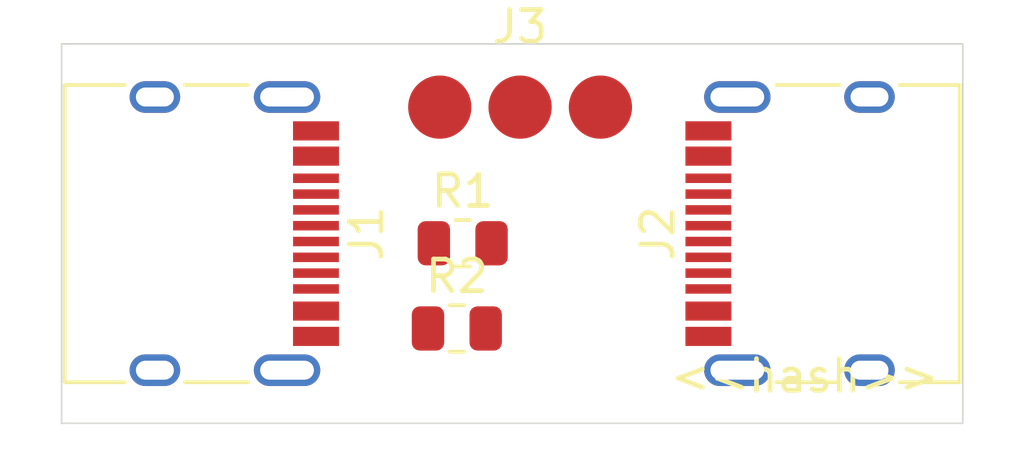
<source format=kicad_pcb>
(kicad_pcb (version 20211014) (generator pcbnew)
  (title_block (title "<<project_name>>") (date "<<date>>") (rev "<<hash>>"))
  (layers (0 "F.Cu" signal) (31 "B.Cu" signal) (34 "B.Paste" user) (35 "F.Paste" user) (36 "B.SilkS" user "B.Silkscreen") (37 "F.SilkS" user "F.Silkscreen") (38 "B.Mask" user) (39 "F.Mask" user) (44 "Edge.Cuts" user))
  (net 0 "")
  (net 1 "GND")
  (net 2 "VCC")
  (net 4 "D-")
  (net 5 "D+")
  (net 8 "Net-(J1-PadA5)")
  (net 13 "Net-(J1-PadB5)")
  (net 19 "Net-(J2-PadA1)")
  (net 20 "Net-(J2-PadA4)")
  (footprint "Connector_USB:USB_C_Receptacle_HRO_TYPE-C-31-M-12" (layer "F.Cu") (at 140.5 86 -90)
    (fp_text reference "J1" (at 0 -5.645 90) (layer "F.SilkS"))
    (fp_text value "USB_C_Receptacle")
    (fp_line (start 4.7 2) (end 4.7 3.9) (layer "F.SilkS") (width 0.12))
    (fp_line (start -4.7 3.9) (end 4.7 3.9) (layer "F.SilkS") (width 0.12))
    (fp_line (start 4.7 -1.9) (end 4.7 0.1) (layer "F.SilkS") (width 0.12))
    (fp_line (start -4.7 -1.9) (end -4.7 0.1) (layer "F.SilkS") (width 0.12))
    (fp_line (start -4.7 2) (end -4.7 3.9) (layer "F.SilkS") (width 0.12))
    (pad "" np_thru_hole circle locked (at 2.89 -2.6 270) (size 0.65 0.65) (drill 0.65) (layers *.Cu *.Mask))
    (pad "" np_thru_hole circle locked (at -2.89 -2.6 270) (size 0.65 0.65) (drill 0.65) (layers *.Cu *.Mask))
    (pad "A1" smd rect locked (at -3.25 -4.045 270) (size 0.6 1.45) (layers "F.Cu" "F.Paste" "F.Mask") (net 1 "GND"))
    (pad "A4" smd rect locked (at -2.45 -4.045 270) (size 0.6 1.45) (layers "F.Cu" "F.Paste" "F.Mask") (net 2 "VCC"))
    (pad "A5" smd rect locked (at -1.25 -4.045 270) (size 0.3 1.45) (layers "F.Cu" "F.Paste" "F.Mask") (net 8 "Net-(J1-PadA5)"))
    (pad "A6" smd rect locked (at -0.25 -4.045 270) (size 0.3 1.45) (layers "F.Cu" "F.Paste" "F.Mask") (net 5 "D+"))
    (pad "A7" smd rect locked (at 0.25 -4.045 270) (size 0.3 1.45) (layers "F.Cu" "F.Paste" "F.Mask") (net 4 "D-"))
    (pad "A8" smd rect locked (at 1.25 -4.045 270) (size 0.3 1.45) (layers "F.Cu" "F.Paste" "F.Mask"))
    (pad "A9" smd rect locked (at 2.45 -4.045 270) (size 0.6 1.45) (layers "F.Cu" "F.Paste" "F.Mask") (net 2 "VCC"))
    (pad "A12" smd rect locked (at 3.25 -4.045 270) (size 0.6 1.45) (layers "F.Cu" "F.Paste" "F.Mask") (net 1 "GND"))
    (pad "B1" smd rect locked (at 3.25 -4.045 270) (size 0.6 1.45) (layers "F.Cu" "F.Paste" "F.Mask") (net 1 "GND"))
    (pad "B4" smd rect locked (at 2.45 -4.045 270) (size 0.6 1.45) (layers "F.Cu" "F.Paste" "F.Mask") (net 2 "VCC"))
    (pad "B5" smd rect locked (at 1.75 -4.045 270) (size 0.3 1.45) (layers "F.Cu" "F.Paste" "F.Mask") (net 13 "Net-(J1-PadB5)"))
    (pad "B6" smd rect locked (at 0.75 -4.045 270) (size 0.3 1.45) (layers "F.Cu" "F.Paste" "F.Mask") (net 5 "D+"))
    (pad "B7" smd rect locked (at -0.75 -4.045 270) (size 0.3 1.45) (layers "F.Cu" "F.Paste" "F.Mask") (net 4 "D-"))
    (pad "B8" smd rect locked (at -1.75 -4.045 270) (size 0.3 1.45) (layers "F.Cu" "F.Paste" "F.Mask"))
    (pad "B9" smd rect locked (at -2.45 -4.045 270) (size 0.6 1.45) (layers "F.Cu" "F.Paste" "F.Mask") (net 2 "VCC"))
    (pad "B12" smd rect locked (at -3.25 -4.045 270) (size 0.6 1.45) (layers "F.Cu" "F.Paste" "F.Mask") (net 1 "GND"))
    (pad "S1" thru_hole oval locked (at -4.32 1.05 270) (size 1 1.6) (drill oval 0.6 1.2) (layers *.Cu *.Mask))
    (pad "S1" thru_hole oval locked (at 4.32 -3.13 270) (size 1 2.1) (drill oval 0.6 1.7) (layers *.Cu *.Mask))
    (pad "S1" thru_hole oval locked (at 4.32 1.05 270) (size 1 1.6) (drill oval 0.6 1.2) (layers *.Cu *.Mask))
    (pad "S1" thru_hole oval locked (at -4.32 -3.13 270) (size 1 2.1) (drill oval 0.6 1.7) (layers *.Cu *.Mask))
  )
  (footprint "Connector:Pogo-Pin-01x03_2.54" (layer "F.Cu") (at 151 82)
    (fp_text reference "J3" (at 0 -2.54 unlocked) (layer "F.SilkS"))
    (fp_text value "Conn_01x03")
    (pad "1" smd circle (at 0 0) (size 2 2) (layers "F.Cu" "F.Paste" "F.Mask"))
    (pad "2" smd circle (at 2.54 0) (size 2 2) (layers "F.Cu" "F.Paste" "F.Mask"))
    (pad "3" smd circle (at -2.54 0) (size 2 2) (layers "F.Cu" "F.Paste" "F.Mask"))
  )
  (footprint "Resistor_SMD:R_0805_2012Metric" (layer "F.Cu") (at 149.185 86.305)
    (fp_text reference "R1" (at 0 -1.65) (layer "F.SilkS"))
    (fp_text value "R_Small")
    (fp_line (start -0.227064 0.735) (end 0.227064 0.735) (layer "F.SilkS") (width 0.12))
    (fp_line (start -0.227064 -0.735) (end 0.227064 -0.735) (layer "F.SilkS") (width 0.12))
    (pad "1" smd roundrect locked (at -0.9125 0) (size 1.025 1.4) (layers "F.Cu" "F.Paste" "F.Mask") (roundrect_rratio 0.243902) (net 1 "GND"))
    (pad "2" smd roundrect locked (at 0.9125 0) (size 1.025 1.4) (layers "F.Cu" "F.Paste" "F.Mask") (roundrect_rratio 0.243902) (net 8 "Net-(J1-PadA5)"))
  )
  (footprint "Resistor_SMD:R_0805_2012Metric" (layer "F.Cu") (at 149 89)
    (fp_text reference "R2" (at 0 -1.65) (layer "F.SilkS"))
    (fp_text value "R_Small")
    (fp_line (start -0.227064 0.735) (end 0.227064 0.735) (layer "F.SilkS") (width 0.12))
    (fp_line (start -0.227064 -0.735) (end 0.227064 -0.735) (layer "F.SilkS") (width 0.12))
    (pad "1" smd roundrect locked (at -0.9125 0) (size 1.025 1.4) (layers "F.Cu" "F.Paste" "F.Mask") (roundrect_rratio 0.243902) (net 1 "GND"))
    (pad "2" smd roundrect locked (at 0.9125 0) (size 1.025 1.4) (layers "F.Cu" "F.Paste" "F.Mask") (roundrect_rratio 0.243902) (net 13 "Net-(J1-PadB5)"))
  )
  (footprint "Connector_USB:USB_C_Receptacle_HRO_TYPE-C-31-M-12" (layer "F.Cu") (at 161 86 90)
    (fp_text reference "J2" (at 0 -5.645 90) (layer "F.SilkS"))
    (fp_text value "USB_C_Receptacle")
    (fp_line (start 4.7 2) (end 4.7 3.9) (layer "F.SilkS") (width 0.12))
    (fp_line (start -4.7 3.9) (end 4.7 3.9) (layer "F.SilkS") (width 0.12))
    (fp_line (start -4.7 2) (end -4.7 3.9) (layer "F.SilkS") (width 0.12))
    (fp_line (start -4.7 -1.9) (end -4.7 0.1) (layer "F.SilkS") (width 0.12))
    (fp_line (start 4.7 -1.9) (end 4.7 0.1) (layer "F.SilkS") (width 0.12))
    (pad "" np_thru_hole circle locked (at -2.89 -2.6 90) (size 0.65 0.65) (drill 0.65) (layers *.Cu *.Mask))
    (pad "" np_thru_hole circle locked (at 2.89 -2.6 90) (size 0.65 0.65) (drill 0.65) (layers *.Cu *.Mask))
    (pad "A1" smd rect locked (at -3.25 -4.045 90) (size 0.6 1.45) (layers "F.Cu" "F.Paste" "F.Mask") (net 19 "Net-(J2-PadA1)"))
    (pad "A4" smd rect locked (at -2.45 -4.045 90) (size 0.6 1.45) (layers "F.Cu" "F.Paste" "F.Mask") (net 20 "Net-(J2-PadA4)"))
    (pad "A5" smd rect locked (at -1.25 -4.045 90) (size 0.3 1.45) (layers "F.Cu" "F.Paste" "F.Mask"))
    (pad "A6" smd rect locked (at -0.25 -4.045 90) (size 0.3 1.45) (layers "F.Cu" "F.Paste" "F.Mask"))
    (pad "A7" smd rect locked (at 0.25 -4.045 90) (size 0.3 1.45) (layers "F.Cu" "F.Paste" "F.Mask"))
    (pad "A8" smd rect locked (at 1.25 -4.045 90) (size 0.3 1.45) (layers "F.Cu" "F.Paste" "F.Mask"))
    (pad "A9" smd rect locked (at 2.45 -4.045 90) (size 0.6 1.45) (layers "F.Cu" "F.Paste" "F.Mask") (net 20 "Net-(J2-PadA4)"))
    (pad "A12" smd rect locked (at 3.25 -4.045 90) (size 0.6 1.45) (layers "F.Cu" "F.Paste" "F.Mask") (net 19 "Net-(J2-PadA1)"))
    (pad "B1" smd rect locked (at 3.25 -4.045 90) (size 0.6 1.45) (layers "F.Cu" "F.Paste" "F.Mask") (net 19 "Net-(J2-PadA1)"))
    (pad "B4" smd rect locked (at 2.45 -4.045 90) (size 0.6 1.45) (layers "F.Cu" "F.Paste" "F.Mask") (net 20 "Net-(J2-PadA4)"))
    (pad "B5" smd rect locked (at 1.75 -4.045 90) (size 0.3 1.45) (layers "F.Cu" "F.Paste" "F.Mask"))
    (pad "B6" smd rect locked (at 0.75 -4.045 90) (size 0.3 1.45) (layers "F.Cu" "F.Paste" "F.Mask"))
    (pad "B7" smd rect locked (at -0.75 -4.045 90) (size 0.3 1.45) (layers "F.Cu" "F.Paste" "F.Mask"))
    (pad "B8" smd rect locked (at -1.75 -4.045 90) (size 0.3 1.45) (layers "F.Cu" "F.Paste" "F.Mask"))
    (pad "B9" smd rect locked (at -2.45 -4.045 90) (size 0.6 1.45) (layers "F.Cu" "F.Paste" "F.Mask") (net 20 "Net-(J2-PadA4)"))
    (pad "B12" smd rect locked (at -3.25 -4.045 90) (size 0.6 1.45) (layers "F.Cu" "F.Paste" "F.Mask") (net 19 "Net-(J2-PadA1)"))
    (pad "S1" thru_hole oval locked (at -4.32 -3.13 90) (size 1 2.1) (drill oval 0.6 1.7) (layers *.Cu *.Mask))
    (pad "S1" thru_hole oval locked (at 4.32 1.05 90) (size 1 1.6) (drill oval 0.6 1.2) (layers *.Cu *.Mask))
    (pad "S1" thru_hole oval locked (at 4.32 -3.13 90) (size 1 2.1) (drill oval 0.6 1.7) (layers *.Cu *.Mask))
    (pad "S1" thru_hole oval locked (at -4.32 1.05 90) (size 1 1.6) (drill oval 0.6 1.2) (layers *.Cu *.Mask))
  )
  (gr_line (start 136.5 92) (end 136.5 80) (layer "Edge.Cuts") (width 0.05))
  (gr_line (start 165 80) (end 165 92) (layer "Edge.Cuts") (width 0.05))
  (gr_line (start 165 92) (end 136.5 92) (layer "Edge.Cuts") (width 0.05))
  (gr_line (start 136.5 80) (end 165 80) (layer "Edge.Cuts") (width 0.05))
  (gr_text "<<hash>>" (at 160 90.5) (layer "F.SilkS") (effects (font (size 1 1))))
)
</source>
